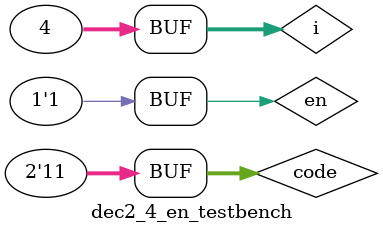
<source format=sv>
`timescale 1ns/10ps
module dec2_4_en (out, code, en);
	output logic [3:0] out;
	input logic [1:0] code;
	input logic en;
	logic v0, nv0;
	logic v1,v2;
	
	//assign out[0] = ~(code[1] | code[0]);
	or #0.05 go0 (v0, code[1], code[0]);
	not #0.05 gn0 (nv0, v0);
	and #0.05 ga0 (out[0], nv0, en);
	
	//assign out[1] = ~code[1] & code[0];
	not #0.05 gn1 (v1, code[1]);
	and #0.05 ga1 (out[1], v1, code[0], en);
	
	//assign out[2] = code[1] & ~code[0];
	not #0.05 gn2 (v2, code[0]);
	and #0.05 ga2 (out[2], code[1], v2, en);
	
	//assign out[3] = code[1] & code[0];
	and #0.05 ga3 (out[3], code[1], code[0], en);
	
endmodule

module dec2_4_en_testbench();
	logic [3:0] out;
	logic [1:0] code;
	logic en;
	dec2_4_en dut (.out, .code, .en);
	integer i;
	initial begin
	en = 0;
	for(i=0; i<4; i++) begin
	code = i; #10;
	end
	en = 1;
	for(i=0; i<4; i++) begin
	code = i; #10;
	end
	end
endmodule
	
</source>
